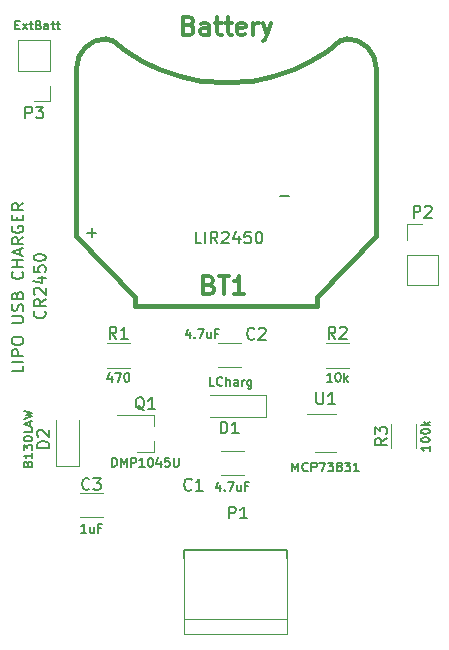
<source format=gbr>
G04 #@! TF.FileFunction,Legend,Top*
%FSLAX46Y46*%
G04 Gerber Fmt 4.6, Leading zero omitted, Abs format (unit mm)*
G04 Created by KiCad (PCBNEW 4.0.4-stable) date 10/14/18 22:48:43*
%MOMM*%
%LPD*%
G01*
G04 APERTURE LIST*
%ADD10C,0.100000*%
%ADD11C,0.150000*%
%ADD12C,0.381000*%
%ADD13C,0.120000*%
%ADD14C,0.304800*%
G04 APERTURE END LIST*
D10*
D11*
X119737143Y-66611238D02*
X119784762Y-66658857D01*
X119832381Y-66801714D01*
X119832381Y-66896952D01*
X119784762Y-67039810D01*
X119689524Y-67135048D01*
X119594286Y-67182667D01*
X119403810Y-67230286D01*
X119260952Y-67230286D01*
X119070476Y-67182667D01*
X118975238Y-67135048D01*
X118880000Y-67039810D01*
X118832381Y-66896952D01*
X118832381Y-66801714D01*
X118880000Y-66658857D01*
X118927619Y-66611238D01*
X119832381Y-65611238D02*
X119356190Y-65944572D01*
X119832381Y-66182667D02*
X118832381Y-66182667D01*
X118832381Y-65801714D01*
X118880000Y-65706476D01*
X118927619Y-65658857D01*
X119022857Y-65611238D01*
X119165714Y-65611238D01*
X119260952Y-65658857D01*
X119308571Y-65706476D01*
X119356190Y-65801714D01*
X119356190Y-66182667D01*
X118927619Y-65230286D02*
X118880000Y-65182667D01*
X118832381Y-65087429D01*
X118832381Y-64849333D01*
X118880000Y-64754095D01*
X118927619Y-64706476D01*
X119022857Y-64658857D01*
X119118095Y-64658857D01*
X119260952Y-64706476D01*
X119832381Y-65277905D01*
X119832381Y-64658857D01*
X119165714Y-63801714D02*
X119832381Y-63801714D01*
X118784762Y-64039810D02*
X119499048Y-64277905D01*
X119499048Y-63658857D01*
X118832381Y-62801714D02*
X118832381Y-63277905D01*
X119308571Y-63325524D01*
X119260952Y-63277905D01*
X119213333Y-63182667D01*
X119213333Y-62944571D01*
X119260952Y-62849333D01*
X119308571Y-62801714D01*
X119403810Y-62754095D01*
X119641905Y-62754095D01*
X119737143Y-62801714D01*
X119784762Y-62849333D01*
X119832381Y-62944571D01*
X119832381Y-63182667D01*
X119784762Y-63277905D01*
X119737143Y-63325524D01*
X118832381Y-62135048D02*
X118832381Y-62039809D01*
X118880000Y-61944571D01*
X118927619Y-61896952D01*
X119022857Y-61849333D01*
X119213333Y-61801714D01*
X119451429Y-61801714D01*
X119641905Y-61849333D01*
X119737143Y-61896952D01*
X119784762Y-61944571D01*
X119832381Y-62039809D01*
X119832381Y-62135048D01*
X119784762Y-62230286D01*
X119737143Y-62277905D01*
X119641905Y-62325524D01*
X119451429Y-62373143D01*
X119213333Y-62373143D01*
X119022857Y-62325524D01*
X118927619Y-62277905D01*
X118880000Y-62230286D01*
X118832381Y-62135048D01*
X117942621Y-71236647D02*
X117942621Y-71712838D01*
X116942621Y-71712838D01*
X117942621Y-70903314D02*
X116942621Y-70903314D01*
X117942621Y-70427124D02*
X116942621Y-70427124D01*
X116942621Y-70046171D01*
X116990240Y-69950933D01*
X117037859Y-69903314D01*
X117133097Y-69855695D01*
X117275954Y-69855695D01*
X117371192Y-69903314D01*
X117418811Y-69950933D01*
X117466430Y-70046171D01*
X117466430Y-70427124D01*
X116942621Y-69236648D02*
X116942621Y-69046171D01*
X116990240Y-68950933D01*
X117085478Y-68855695D01*
X117275954Y-68808076D01*
X117609288Y-68808076D01*
X117799764Y-68855695D01*
X117895002Y-68950933D01*
X117942621Y-69046171D01*
X117942621Y-69236648D01*
X117895002Y-69331886D01*
X117799764Y-69427124D01*
X117609288Y-69474743D01*
X117275954Y-69474743D01*
X117085478Y-69427124D01*
X116990240Y-69331886D01*
X116942621Y-69236648D01*
X116942621Y-67617600D02*
X117752145Y-67617600D01*
X117847383Y-67569981D01*
X117895002Y-67522362D01*
X117942621Y-67427124D01*
X117942621Y-67236647D01*
X117895002Y-67141409D01*
X117847383Y-67093790D01*
X117752145Y-67046171D01*
X116942621Y-67046171D01*
X117895002Y-66617600D02*
X117942621Y-66474743D01*
X117942621Y-66236647D01*
X117895002Y-66141409D01*
X117847383Y-66093790D01*
X117752145Y-66046171D01*
X117656907Y-66046171D01*
X117561669Y-66093790D01*
X117514050Y-66141409D01*
X117466430Y-66236647D01*
X117418811Y-66427124D01*
X117371192Y-66522362D01*
X117323573Y-66569981D01*
X117228335Y-66617600D01*
X117133097Y-66617600D01*
X117037859Y-66569981D01*
X116990240Y-66522362D01*
X116942621Y-66427124D01*
X116942621Y-66189028D01*
X116990240Y-66046171D01*
X117418811Y-65284266D02*
X117466430Y-65141409D01*
X117514050Y-65093790D01*
X117609288Y-65046171D01*
X117752145Y-65046171D01*
X117847383Y-65093790D01*
X117895002Y-65141409D01*
X117942621Y-65236647D01*
X117942621Y-65617600D01*
X116942621Y-65617600D01*
X116942621Y-65284266D01*
X116990240Y-65189028D01*
X117037859Y-65141409D01*
X117133097Y-65093790D01*
X117228335Y-65093790D01*
X117323573Y-65141409D01*
X117371192Y-65189028D01*
X117418811Y-65284266D01*
X117418811Y-65617600D01*
X117847383Y-63284266D02*
X117895002Y-63331885D01*
X117942621Y-63474742D01*
X117942621Y-63569980D01*
X117895002Y-63712838D01*
X117799764Y-63808076D01*
X117704526Y-63855695D01*
X117514050Y-63903314D01*
X117371192Y-63903314D01*
X117180716Y-63855695D01*
X117085478Y-63808076D01*
X116990240Y-63712838D01*
X116942621Y-63569980D01*
X116942621Y-63474742D01*
X116990240Y-63331885D01*
X117037859Y-63284266D01*
X117942621Y-62855695D02*
X116942621Y-62855695D01*
X117418811Y-62855695D02*
X117418811Y-62284266D01*
X117942621Y-62284266D02*
X116942621Y-62284266D01*
X117656907Y-61855695D02*
X117656907Y-61379504D01*
X117942621Y-61950933D02*
X116942621Y-61617600D01*
X117942621Y-61284266D01*
X117942621Y-60379504D02*
X117466430Y-60712838D01*
X117942621Y-60950933D02*
X116942621Y-60950933D01*
X116942621Y-60569980D01*
X116990240Y-60474742D01*
X117037859Y-60427123D01*
X117133097Y-60379504D01*
X117275954Y-60379504D01*
X117371192Y-60427123D01*
X117418811Y-60474742D01*
X117466430Y-60569980D01*
X117466430Y-60950933D01*
X116990240Y-59427123D02*
X116942621Y-59522361D01*
X116942621Y-59665218D01*
X116990240Y-59808076D01*
X117085478Y-59903314D01*
X117180716Y-59950933D01*
X117371192Y-59998552D01*
X117514050Y-59998552D01*
X117704526Y-59950933D01*
X117799764Y-59903314D01*
X117895002Y-59808076D01*
X117942621Y-59665218D01*
X117942621Y-59569980D01*
X117895002Y-59427123D01*
X117847383Y-59379504D01*
X117514050Y-59379504D01*
X117514050Y-59569980D01*
X117418811Y-58950933D02*
X117418811Y-58617599D01*
X117942621Y-58474742D02*
X117942621Y-58950933D01*
X116942621Y-58950933D01*
X116942621Y-58474742D01*
X117942621Y-57474742D02*
X117466430Y-57808076D01*
X117942621Y-58046171D02*
X116942621Y-58046171D01*
X116942621Y-57665218D01*
X116990240Y-57569980D01*
X117037859Y-57522361D01*
X117133097Y-57474742D01*
X117275954Y-57474742D01*
X117371192Y-57522361D01*
X117418811Y-57569980D01*
X117466430Y-57665218D01*
X117466430Y-58046171D01*
D12*
X135128000Y-47244000D02*
X132969000Y-47117000D01*
X132969000Y-47117000D02*
X131191000Y-46736000D01*
X131191000Y-46736000D02*
X129413000Y-46101000D01*
X129413000Y-46101000D02*
X128016000Y-45466000D01*
X128016000Y-45466000D02*
X126619000Y-44577000D01*
X126619000Y-44577000D02*
X125476000Y-43688000D01*
X125476000Y-43688000D02*
X124968000Y-43561000D01*
X145288000Y-43561000D02*
X144780000Y-43688000D01*
X144780000Y-43688000D02*
X143637000Y-44577000D01*
X143637000Y-44577000D02*
X142240000Y-45466000D01*
X142240000Y-45466000D02*
X140843000Y-46101000D01*
X140843000Y-46101000D02*
X139065000Y-46736000D01*
X139065000Y-46736000D02*
X137287000Y-47117000D01*
X137287000Y-47117000D02*
X135128000Y-47244000D01*
X124968000Y-43561000D02*
G75*
G03X122428000Y-46101000I0J-2540000D01*
G01*
X147828000Y-46101000D02*
G75*
G03X145288000Y-43561000I-2540000J0D01*
G01*
X127431800Y-65405000D02*
X122428000Y-60274200D01*
X122428000Y-60274200D02*
X122428000Y-46126400D01*
X142824200Y-65405000D02*
X147828000Y-60274200D01*
X147828000Y-60274200D02*
X147828000Y-46126400D01*
X142824200Y-66217800D02*
X142824200Y-65405000D01*
X127431800Y-66217800D02*
X127431800Y-65405000D01*
X142824200Y-66217800D02*
X127431800Y-66217800D01*
D13*
X136636000Y-78482000D02*
X134636000Y-78482000D01*
X134636000Y-80522000D02*
X136636000Y-80522000D01*
X136382000Y-69338000D02*
X134382000Y-69338000D01*
X134382000Y-71378000D02*
X136382000Y-71378000D01*
X124698000Y-82038000D02*
X122698000Y-82038000D01*
X122698000Y-84078000D02*
X124698000Y-84078000D01*
X138482000Y-75626000D02*
X138482000Y-73726000D01*
X138482000Y-73726000D02*
X133782000Y-73726000D01*
X138482000Y-75626000D02*
X133782000Y-75626000D01*
X120666000Y-79720000D02*
X122666000Y-79720000D01*
X122666000Y-79720000D02*
X122666000Y-75820000D01*
X120666000Y-79720000D02*
X120666000Y-75820000D01*
D11*
X140240000Y-87566000D02*
X140240000Y-86866000D01*
X140240000Y-86866000D02*
X131540000Y-86866000D01*
X131540000Y-86866000D02*
X131540000Y-87566000D01*
D13*
X131540000Y-93946000D02*
X140240000Y-93946000D01*
X140240000Y-87536000D02*
X140240000Y-93946000D01*
X140240000Y-92716000D02*
X131540000Y-92716000D01*
X131540000Y-93946000D02*
X131540000Y-87536000D01*
X129030000Y-78542000D02*
X129030000Y-77612000D01*
X129030000Y-75382000D02*
X129030000Y-76312000D01*
X129030000Y-75382000D02*
X125870000Y-75382000D01*
X129030000Y-78542000D02*
X127570000Y-78542000D01*
X126984000Y-71428000D02*
X124984000Y-71428000D01*
X124984000Y-69288000D02*
X126984000Y-69288000D01*
X145526000Y-71428000D02*
X143526000Y-71428000D01*
X143526000Y-69288000D02*
X145526000Y-69288000D01*
X151184000Y-76216000D02*
X151184000Y-78216000D01*
X149044000Y-78216000D02*
X149044000Y-76216000D01*
X142610000Y-78572000D02*
X144410000Y-78572000D01*
X144410000Y-75352000D02*
X141960000Y-75352000D01*
X150384200Y-61849000D02*
X150384200Y-64449000D01*
X150384200Y-64449000D02*
X153044200Y-64449000D01*
X153044200Y-64449000D02*
X153044200Y-61849000D01*
X153044200Y-61849000D02*
X150384200Y-61849000D01*
X150384200Y-60579000D02*
X150384200Y-59249000D01*
X150384200Y-59249000D02*
X151714200Y-59249000D01*
X120179140Y-46255940D02*
X120179140Y-43655940D01*
X120179140Y-43655940D02*
X117519140Y-43655940D01*
X117519140Y-43655940D02*
X117519140Y-46255940D01*
X117519140Y-46255940D02*
X120179140Y-46255940D01*
X120179140Y-47525940D02*
X120179140Y-48855940D01*
X120179140Y-48855940D02*
X118849140Y-48855940D01*
D14*
X133676571Y-64407143D02*
X133894285Y-64479714D01*
X133966857Y-64552286D01*
X134039428Y-64697429D01*
X134039428Y-64915143D01*
X133966857Y-65060286D01*
X133894285Y-65132857D01*
X133749143Y-65205429D01*
X133168571Y-65205429D01*
X133168571Y-63681429D01*
X133676571Y-63681429D01*
X133821714Y-63754000D01*
X133894285Y-63826571D01*
X133966857Y-63971714D01*
X133966857Y-64116857D01*
X133894285Y-64262000D01*
X133821714Y-64334571D01*
X133676571Y-64407143D01*
X133168571Y-64407143D01*
X134474857Y-63681429D02*
X135345714Y-63681429D01*
X134910285Y-65205429D02*
X134910285Y-63681429D01*
X136652000Y-65205429D02*
X135781143Y-65205429D01*
X136216571Y-65205429D02*
X136216571Y-63681429D01*
X136071428Y-63899143D01*
X135926286Y-64044286D01*
X135781143Y-64116857D01*
X131971143Y-42431143D02*
X132188857Y-42503714D01*
X132261429Y-42576286D01*
X132334000Y-42721429D01*
X132334000Y-42939143D01*
X132261429Y-43084286D01*
X132188857Y-43156857D01*
X132043715Y-43229429D01*
X131463143Y-43229429D01*
X131463143Y-41705429D01*
X131971143Y-41705429D01*
X132116286Y-41778000D01*
X132188857Y-41850571D01*
X132261429Y-41995714D01*
X132261429Y-42140857D01*
X132188857Y-42286000D01*
X132116286Y-42358571D01*
X131971143Y-42431143D01*
X131463143Y-42431143D01*
X133640286Y-43229429D02*
X133640286Y-42431143D01*
X133567715Y-42286000D01*
X133422572Y-42213429D01*
X133132286Y-42213429D01*
X132987143Y-42286000D01*
X133640286Y-43156857D02*
X133495143Y-43229429D01*
X133132286Y-43229429D01*
X132987143Y-43156857D01*
X132914572Y-43011714D01*
X132914572Y-42866571D01*
X132987143Y-42721429D01*
X133132286Y-42648857D01*
X133495143Y-42648857D01*
X133640286Y-42576286D01*
X134148286Y-42213429D02*
X134728857Y-42213429D01*
X134366000Y-41705429D02*
X134366000Y-43011714D01*
X134438572Y-43156857D01*
X134583714Y-43229429D01*
X134728857Y-43229429D01*
X135019143Y-42213429D02*
X135599714Y-42213429D01*
X135236857Y-41705429D02*
X135236857Y-43011714D01*
X135309429Y-43156857D01*
X135454571Y-43229429D01*
X135599714Y-43229429D01*
X136688286Y-43156857D02*
X136543143Y-43229429D01*
X136252857Y-43229429D01*
X136107714Y-43156857D01*
X136035143Y-43011714D01*
X136035143Y-42431143D01*
X136107714Y-42286000D01*
X136252857Y-42213429D01*
X136543143Y-42213429D01*
X136688286Y-42286000D01*
X136760857Y-42431143D01*
X136760857Y-42576286D01*
X136035143Y-42721429D01*
X137414000Y-43229429D02*
X137414000Y-42213429D01*
X137414000Y-42503714D02*
X137486572Y-42358571D01*
X137559143Y-42286000D01*
X137704286Y-42213429D01*
X137849429Y-42213429D01*
X138212286Y-42213429D02*
X138575143Y-43229429D01*
X138938001Y-42213429D02*
X138575143Y-43229429D01*
X138430001Y-43592286D01*
X138357429Y-43664857D01*
X138212286Y-43737429D01*
D11*
X139647048Y-56911429D02*
X140408953Y-56911429D01*
X123347048Y-60011429D02*
X124108953Y-60011429D01*
X123728001Y-60392381D02*
X123728001Y-59630476D01*
X132994667Y-60892381D02*
X132518476Y-60892381D01*
X132518476Y-59892381D01*
X133328000Y-60892381D02*
X133328000Y-59892381D01*
X134375619Y-60892381D02*
X134042285Y-60416190D01*
X133804190Y-60892381D02*
X133804190Y-59892381D01*
X134185143Y-59892381D01*
X134280381Y-59940000D01*
X134328000Y-59987619D01*
X134375619Y-60082857D01*
X134375619Y-60225714D01*
X134328000Y-60320952D01*
X134280381Y-60368571D01*
X134185143Y-60416190D01*
X133804190Y-60416190D01*
X134756571Y-59987619D02*
X134804190Y-59940000D01*
X134899428Y-59892381D01*
X135137524Y-59892381D01*
X135232762Y-59940000D01*
X135280381Y-59987619D01*
X135328000Y-60082857D01*
X135328000Y-60178095D01*
X135280381Y-60320952D01*
X134708952Y-60892381D01*
X135328000Y-60892381D01*
X136185143Y-60225714D02*
X136185143Y-60892381D01*
X135947047Y-59844762D02*
X135708952Y-60559048D01*
X136328000Y-60559048D01*
X137185143Y-59892381D02*
X136708952Y-59892381D01*
X136661333Y-60368571D01*
X136708952Y-60320952D01*
X136804190Y-60273333D01*
X137042286Y-60273333D01*
X137137524Y-60320952D01*
X137185143Y-60368571D01*
X137232762Y-60463810D01*
X137232762Y-60701905D01*
X137185143Y-60797143D01*
X137137524Y-60844762D01*
X137042286Y-60892381D01*
X136804190Y-60892381D01*
X136708952Y-60844762D01*
X136661333Y-60797143D01*
X137851809Y-59892381D02*
X137947048Y-59892381D01*
X138042286Y-59940000D01*
X138089905Y-59987619D01*
X138137524Y-60082857D01*
X138185143Y-60273333D01*
X138185143Y-60511429D01*
X138137524Y-60701905D01*
X138089905Y-60797143D01*
X138042286Y-60844762D01*
X137947048Y-60892381D01*
X137851809Y-60892381D01*
X137756571Y-60844762D01*
X137708952Y-60797143D01*
X137661333Y-60701905D01*
X137613714Y-60511429D01*
X137613714Y-60273333D01*
X137661333Y-60082857D01*
X137708952Y-59987619D01*
X137756571Y-59940000D01*
X137851809Y-59892381D01*
X132177494Y-81723503D02*
X132129875Y-81771122D01*
X131987018Y-81818741D01*
X131891780Y-81818741D01*
X131748922Y-81771122D01*
X131653684Y-81675884D01*
X131606065Y-81580646D01*
X131558446Y-81390170D01*
X131558446Y-81247312D01*
X131606065Y-81056836D01*
X131653684Y-80961598D01*
X131748922Y-80866360D01*
X131891780Y-80818741D01*
X131987018Y-80818741D01*
X132129875Y-80866360D01*
X132177494Y-80913979D01*
X133129875Y-81818741D02*
X132558446Y-81818741D01*
X132844160Y-81818741D02*
X132844160Y-80818741D01*
X132748922Y-80961598D01*
X132653684Y-81056836D01*
X132558446Y-81104455D01*
X134582429Y-81341286D02*
X134582429Y-81841286D01*
X134403858Y-81055571D02*
X134225286Y-81591286D01*
X134689572Y-81591286D01*
X134975286Y-81769857D02*
X135011001Y-81805571D01*
X134975286Y-81841286D01*
X134939572Y-81805571D01*
X134975286Y-81769857D01*
X134975286Y-81841286D01*
X135261001Y-81091286D02*
X135761001Y-81091286D01*
X135439572Y-81841286D01*
X136368144Y-81341286D02*
X136368144Y-81841286D01*
X136046715Y-81341286D02*
X136046715Y-81734143D01*
X136082430Y-81805571D01*
X136153858Y-81841286D01*
X136261001Y-81841286D01*
X136332430Y-81805571D01*
X136368144Y-81769857D01*
X136975286Y-81448429D02*
X136725286Y-81448429D01*
X136725286Y-81841286D02*
X136725286Y-81091286D01*
X137082429Y-81091286D01*
X137501334Y-68937143D02*
X137453715Y-68984762D01*
X137310858Y-69032381D01*
X137215620Y-69032381D01*
X137072762Y-68984762D01*
X136977524Y-68889524D01*
X136929905Y-68794286D01*
X136882286Y-68603810D01*
X136882286Y-68460952D01*
X136929905Y-68270476D01*
X136977524Y-68175238D01*
X137072762Y-68080000D01*
X137215620Y-68032381D01*
X137310858Y-68032381D01*
X137453715Y-68080000D01*
X137501334Y-68127619D01*
X137882286Y-68127619D02*
X137929905Y-68080000D01*
X138025143Y-68032381D01*
X138263239Y-68032381D01*
X138358477Y-68080000D01*
X138406096Y-68127619D01*
X138453715Y-68222857D01*
X138453715Y-68318095D01*
X138406096Y-68460952D01*
X137834667Y-69032381D01*
X138453715Y-69032381D01*
X132042429Y-68419286D02*
X132042429Y-68919286D01*
X131863858Y-68133571D02*
X131685286Y-68669286D01*
X132149572Y-68669286D01*
X132435286Y-68847857D02*
X132471001Y-68883571D01*
X132435286Y-68919286D01*
X132399572Y-68883571D01*
X132435286Y-68847857D01*
X132435286Y-68919286D01*
X132721001Y-68169286D02*
X133221001Y-68169286D01*
X132899572Y-68919286D01*
X133828144Y-68419286D02*
X133828144Y-68919286D01*
X133506715Y-68419286D02*
X133506715Y-68812143D01*
X133542430Y-68883571D01*
X133613858Y-68919286D01*
X133721001Y-68919286D01*
X133792430Y-68883571D01*
X133828144Y-68847857D01*
X134435286Y-68526429D02*
X134185286Y-68526429D01*
X134185286Y-68919286D02*
X134185286Y-68169286D01*
X134542429Y-68169286D01*
X123531334Y-81665143D02*
X123483715Y-81712762D01*
X123340858Y-81760381D01*
X123245620Y-81760381D01*
X123102762Y-81712762D01*
X123007524Y-81617524D01*
X122959905Y-81522286D01*
X122912286Y-81331810D01*
X122912286Y-81188952D01*
X122959905Y-80998476D01*
X123007524Y-80903238D01*
X123102762Y-80808000D01*
X123245620Y-80760381D01*
X123340858Y-80760381D01*
X123483715Y-80808000D01*
X123531334Y-80855619D01*
X123864667Y-80760381D02*
X124483715Y-80760381D01*
X124150381Y-81141333D01*
X124293239Y-81141333D01*
X124388477Y-81188952D01*
X124436096Y-81236571D01*
X124483715Y-81331810D01*
X124483715Y-81569905D01*
X124436096Y-81665143D01*
X124388477Y-81712762D01*
X124293239Y-81760381D01*
X124007524Y-81760381D01*
X123912286Y-81712762D01*
X123864667Y-81665143D01*
X123251572Y-85397286D02*
X122823000Y-85397286D01*
X123037286Y-85397286D02*
X123037286Y-84647286D01*
X122965857Y-84754429D01*
X122894429Y-84825857D01*
X122823000Y-84861571D01*
X123894429Y-84897286D02*
X123894429Y-85397286D01*
X123573000Y-84897286D02*
X123573000Y-85290143D01*
X123608715Y-85361571D01*
X123680143Y-85397286D01*
X123787286Y-85397286D01*
X123858715Y-85361571D01*
X123894429Y-85325857D01*
X124501571Y-85004429D02*
X124251571Y-85004429D01*
X124251571Y-85397286D02*
X124251571Y-84647286D01*
X124608714Y-84647286D01*
X134643905Y-76978381D02*
X134643905Y-75978381D01*
X134882000Y-75978381D01*
X135024858Y-76026000D01*
X135120096Y-76121238D01*
X135167715Y-76216476D01*
X135215334Y-76406952D01*
X135215334Y-76549810D01*
X135167715Y-76740286D01*
X135120096Y-76835524D01*
X135024858Y-76930762D01*
X134882000Y-76978381D01*
X134643905Y-76978381D01*
X136167715Y-76978381D02*
X135596286Y-76978381D01*
X135882000Y-76978381D02*
X135882000Y-75978381D01*
X135786762Y-76121238D01*
X135691524Y-76216476D01*
X135596286Y-76264095D01*
X134111063Y-72955346D02*
X133753920Y-72955346D01*
X133753920Y-72205346D01*
X134789635Y-72883917D02*
X134753921Y-72919631D01*
X134646778Y-72955346D01*
X134575349Y-72955346D01*
X134468206Y-72919631D01*
X134396778Y-72848203D01*
X134361063Y-72776774D01*
X134325349Y-72633917D01*
X134325349Y-72526774D01*
X134361063Y-72383917D01*
X134396778Y-72312489D01*
X134468206Y-72241060D01*
X134575349Y-72205346D01*
X134646778Y-72205346D01*
X134753921Y-72241060D01*
X134789635Y-72276774D01*
X135111063Y-72955346D02*
X135111063Y-72205346D01*
X135432492Y-72955346D02*
X135432492Y-72562489D01*
X135396778Y-72491060D01*
X135325349Y-72455346D01*
X135218206Y-72455346D01*
X135146778Y-72491060D01*
X135111063Y-72526774D01*
X136111063Y-72955346D02*
X136111063Y-72562489D01*
X136075349Y-72491060D01*
X136003920Y-72455346D01*
X135861063Y-72455346D01*
X135789634Y-72491060D01*
X136111063Y-72919631D02*
X136039634Y-72955346D01*
X135861063Y-72955346D01*
X135789634Y-72919631D01*
X135753920Y-72848203D01*
X135753920Y-72776774D01*
X135789634Y-72705346D01*
X135861063Y-72669631D01*
X136039634Y-72669631D01*
X136111063Y-72633917D01*
X136468205Y-72955346D02*
X136468205Y-72455346D01*
X136468205Y-72598203D02*
X136503920Y-72526774D01*
X136539634Y-72491060D01*
X136611063Y-72455346D01*
X136682491Y-72455346D01*
X137253920Y-72455346D02*
X137253920Y-73062489D01*
X137218206Y-73133917D01*
X137182491Y-73169631D01*
X137111063Y-73205346D01*
X137003920Y-73205346D01*
X136932491Y-73169631D01*
X137253920Y-72919631D02*
X137182491Y-72955346D01*
X137039634Y-72955346D01*
X136968206Y-72919631D01*
X136932491Y-72883917D01*
X136896777Y-72812489D01*
X136896777Y-72598203D01*
X136932491Y-72526774D01*
X136968206Y-72491060D01*
X137039634Y-72455346D01*
X137182491Y-72455346D01*
X137253920Y-72491060D01*
X120118381Y-78208095D02*
X119118381Y-78208095D01*
X119118381Y-77970000D01*
X119166000Y-77827142D01*
X119261238Y-77731904D01*
X119356476Y-77684285D01*
X119546952Y-77636666D01*
X119689810Y-77636666D01*
X119880286Y-77684285D01*
X119975524Y-77731904D01*
X120070762Y-77827142D01*
X120118381Y-77970000D01*
X120118381Y-78208095D01*
X119213619Y-77255714D02*
X119166000Y-77208095D01*
X119118381Y-77112857D01*
X119118381Y-76874761D01*
X119166000Y-76779523D01*
X119213619Y-76731904D01*
X119308857Y-76684285D01*
X119404095Y-76684285D01*
X119546952Y-76731904D01*
X120118381Y-77303333D01*
X120118381Y-76684285D01*
X118310429Y-79541429D02*
X118346143Y-79434286D01*
X118381857Y-79398571D01*
X118453286Y-79362857D01*
X118560429Y-79362857D01*
X118631857Y-79398571D01*
X118667571Y-79434286D01*
X118703286Y-79505714D01*
X118703286Y-79791429D01*
X117953286Y-79791429D01*
X117953286Y-79541429D01*
X117989000Y-79470000D01*
X118024714Y-79434286D01*
X118096143Y-79398571D01*
X118167571Y-79398571D01*
X118239000Y-79434286D01*
X118274714Y-79470000D01*
X118310429Y-79541429D01*
X118310429Y-79791429D01*
X118703286Y-78648571D02*
X118703286Y-79077143D01*
X118703286Y-78862857D02*
X117953286Y-78862857D01*
X118060429Y-78934286D01*
X118131857Y-79005714D01*
X118167571Y-79077143D01*
X117953286Y-78398571D02*
X117953286Y-77934285D01*
X118239000Y-78184285D01*
X118239000Y-78077143D01*
X118274714Y-78005714D01*
X118310429Y-77970000D01*
X118381857Y-77934285D01*
X118560429Y-77934285D01*
X118631857Y-77970000D01*
X118667571Y-78005714D01*
X118703286Y-78077143D01*
X118703286Y-78291428D01*
X118667571Y-78362857D01*
X118631857Y-78398571D01*
X117953286Y-77469999D02*
X117953286Y-77398571D01*
X117989000Y-77327142D01*
X118024714Y-77291428D01*
X118096143Y-77255714D01*
X118239000Y-77219999D01*
X118417571Y-77219999D01*
X118560429Y-77255714D01*
X118631857Y-77291428D01*
X118667571Y-77327142D01*
X118703286Y-77398571D01*
X118703286Y-77469999D01*
X118667571Y-77541428D01*
X118631857Y-77577142D01*
X118560429Y-77612857D01*
X118417571Y-77648571D01*
X118239000Y-77648571D01*
X118096143Y-77612857D01*
X118024714Y-77577142D01*
X117989000Y-77541428D01*
X117953286Y-77469999D01*
X118703286Y-76541428D02*
X118703286Y-76898571D01*
X117953286Y-76898571D01*
X118489000Y-76327142D02*
X118489000Y-75969999D01*
X118703286Y-76398570D02*
X117953286Y-76148570D01*
X118703286Y-75898570D01*
X117953286Y-75719999D02*
X118703286Y-75541428D01*
X118167571Y-75398571D01*
X118703286Y-75255713D01*
X117953286Y-75077142D01*
X135351905Y-84168381D02*
X135351905Y-83168381D01*
X135732858Y-83168381D01*
X135828096Y-83216000D01*
X135875715Y-83263619D01*
X135923334Y-83358857D01*
X135923334Y-83501714D01*
X135875715Y-83596952D01*
X135828096Y-83644571D01*
X135732858Y-83692190D01*
X135351905Y-83692190D01*
X136875715Y-84168381D02*
X136304286Y-84168381D01*
X136590000Y-84168381D02*
X136590000Y-83168381D01*
X136494762Y-83311238D01*
X136399524Y-83406476D01*
X136304286Y-83454095D01*
X128174762Y-75009619D02*
X128079524Y-74962000D01*
X127984286Y-74866762D01*
X127841429Y-74723905D01*
X127746190Y-74676286D01*
X127650952Y-74676286D01*
X127698571Y-74914381D02*
X127603333Y-74866762D01*
X127508095Y-74771524D01*
X127460476Y-74581048D01*
X127460476Y-74247714D01*
X127508095Y-74057238D01*
X127603333Y-73962000D01*
X127698571Y-73914381D01*
X127889048Y-73914381D01*
X127984286Y-73962000D01*
X128079524Y-74057238D01*
X128127143Y-74247714D01*
X128127143Y-74581048D01*
X128079524Y-74771524D01*
X127984286Y-74866762D01*
X127889048Y-74914381D01*
X127698571Y-74914381D01*
X129079524Y-74914381D02*
X128508095Y-74914381D01*
X128793809Y-74914381D02*
X128793809Y-73914381D01*
X128698571Y-74057238D01*
X128603333Y-74152476D01*
X128508095Y-74200095D01*
X125448571Y-79801286D02*
X125448571Y-79051286D01*
X125627143Y-79051286D01*
X125734286Y-79087000D01*
X125805714Y-79158429D01*
X125841429Y-79229857D01*
X125877143Y-79372714D01*
X125877143Y-79479857D01*
X125841429Y-79622714D01*
X125805714Y-79694143D01*
X125734286Y-79765571D01*
X125627143Y-79801286D01*
X125448571Y-79801286D01*
X126198571Y-79801286D02*
X126198571Y-79051286D01*
X126448571Y-79587000D01*
X126698571Y-79051286D01*
X126698571Y-79801286D01*
X127055714Y-79801286D02*
X127055714Y-79051286D01*
X127341429Y-79051286D01*
X127412857Y-79087000D01*
X127448572Y-79122714D01*
X127484286Y-79194143D01*
X127484286Y-79301286D01*
X127448572Y-79372714D01*
X127412857Y-79408429D01*
X127341429Y-79444143D01*
X127055714Y-79444143D01*
X128198572Y-79801286D02*
X127770000Y-79801286D01*
X127984286Y-79801286D02*
X127984286Y-79051286D01*
X127912857Y-79158429D01*
X127841429Y-79229857D01*
X127770000Y-79265571D01*
X128662858Y-79051286D02*
X128734286Y-79051286D01*
X128805715Y-79087000D01*
X128841429Y-79122714D01*
X128877143Y-79194143D01*
X128912858Y-79337000D01*
X128912858Y-79515571D01*
X128877143Y-79658429D01*
X128841429Y-79729857D01*
X128805715Y-79765571D01*
X128734286Y-79801286D01*
X128662858Y-79801286D01*
X128591429Y-79765571D01*
X128555715Y-79729857D01*
X128520000Y-79658429D01*
X128484286Y-79515571D01*
X128484286Y-79337000D01*
X128520000Y-79194143D01*
X128555715Y-79122714D01*
X128591429Y-79087000D01*
X128662858Y-79051286D01*
X129555715Y-79301286D02*
X129555715Y-79801286D01*
X129377144Y-79015571D02*
X129198572Y-79551286D01*
X129662858Y-79551286D01*
X130305715Y-79051286D02*
X129948572Y-79051286D01*
X129912858Y-79408429D01*
X129948572Y-79372714D01*
X130020001Y-79337000D01*
X130198572Y-79337000D01*
X130270001Y-79372714D01*
X130305715Y-79408429D01*
X130341430Y-79479857D01*
X130341430Y-79658429D01*
X130305715Y-79729857D01*
X130270001Y-79765571D01*
X130198572Y-79801286D01*
X130020001Y-79801286D01*
X129948572Y-79765571D01*
X129912858Y-79729857D01*
X130662858Y-79051286D02*
X130662858Y-79658429D01*
X130698573Y-79729857D01*
X130734287Y-79765571D01*
X130805716Y-79801286D01*
X130948573Y-79801286D01*
X131020001Y-79765571D01*
X131055716Y-79729857D01*
X131091430Y-79658429D01*
X131091430Y-79051286D01*
X125817334Y-68960381D02*
X125484000Y-68484190D01*
X125245905Y-68960381D02*
X125245905Y-67960381D01*
X125626858Y-67960381D01*
X125722096Y-68008000D01*
X125769715Y-68055619D01*
X125817334Y-68150857D01*
X125817334Y-68293714D01*
X125769715Y-68388952D01*
X125722096Y-68436571D01*
X125626858Y-68484190D01*
X125245905Y-68484190D01*
X126769715Y-68960381D02*
X126198286Y-68960381D01*
X126484000Y-68960381D02*
X126484000Y-67960381D01*
X126388762Y-68103238D01*
X126293524Y-68198476D01*
X126198286Y-68246095D01*
X125412571Y-72097286D02*
X125412571Y-72597286D01*
X125234000Y-71811571D02*
X125055428Y-72347286D01*
X125519714Y-72347286D01*
X125734000Y-71847286D02*
X126234000Y-71847286D01*
X125912571Y-72597286D01*
X126662572Y-71847286D02*
X126734000Y-71847286D01*
X126805429Y-71883000D01*
X126841143Y-71918714D01*
X126876857Y-71990143D01*
X126912572Y-72133000D01*
X126912572Y-72311571D01*
X126876857Y-72454429D01*
X126841143Y-72525857D01*
X126805429Y-72561571D01*
X126734000Y-72597286D01*
X126662572Y-72597286D01*
X126591143Y-72561571D01*
X126555429Y-72525857D01*
X126519714Y-72454429D01*
X126484000Y-72311571D01*
X126484000Y-72133000D01*
X126519714Y-71990143D01*
X126555429Y-71918714D01*
X126591143Y-71883000D01*
X126662572Y-71847286D01*
X144359334Y-68960381D02*
X144026000Y-68484190D01*
X143787905Y-68960381D02*
X143787905Y-67960381D01*
X144168858Y-67960381D01*
X144264096Y-68008000D01*
X144311715Y-68055619D01*
X144359334Y-68150857D01*
X144359334Y-68293714D01*
X144311715Y-68388952D01*
X144264096Y-68436571D01*
X144168858Y-68484190D01*
X143787905Y-68484190D01*
X144740286Y-68055619D02*
X144787905Y-68008000D01*
X144883143Y-67960381D01*
X145121239Y-67960381D01*
X145216477Y-68008000D01*
X145264096Y-68055619D01*
X145311715Y-68150857D01*
X145311715Y-68246095D01*
X145264096Y-68388952D01*
X144692667Y-68960381D01*
X145311715Y-68960381D01*
X144079572Y-72597286D02*
X143651000Y-72597286D01*
X143865286Y-72597286D02*
X143865286Y-71847286D01*
X143793857Y-71954429D01*
X143722429Y-72025857D01*
X143651000Y-72061571D01*
X144543858Y-71847286D02*
X144615286Y-71847286D01*
X144686715Y-71883000D01*
X144722429Y-71918714D01*
X144758143Y-71990143D01*
X144793858Y-72133000D01*
X144793858Y-72311571D01*
X144758143Y-72454429D01*
X144722429Y-72525857D01*
X144686715Y-72561571D01*
X144615286Y-72597286D01*
X144543858Y-72597286D01*
X144472429Y-72561571D01*
X144436715Y-72525857D01*
X144401000Y-72454429D01*
X144365286Y-72311571D01*
X144365286Y-72133000D01*
X144401000Y-71990143D01*
X144436715Y-71918714D01*
X144472429Y-71883000D01*
X144543858Y-71847286D01*
X145115286Y-72597286D02*
X145115286Y-71847286D01*
X145186715Y-72311571D02*
X145401001Y-72597286D01*
X145401001Y-72097286D02*
X145115286Y-72383000D01*
X148716381Y-77382666D02*
X148240190Y-77716000D01*
X148716381Y-77954095D02*
X147716381Y-77954095D01*
X147716381Y-77573142D01*
X147764000Y-77477904D01*
X147811619Y-77430285D01*
X147906857Y-77382666D01*
X148049714Y-77382666D01*
X148144952Y-77430285D01*
X148192571Y-77477904D01*
X148240190Y-77573142D01*
X148240190Y-77954095D01*
X147716381Y-77049333D02*
X147716381Y-76430285D01*
X148097333Y-76763619D01*
X148097333Y-76620761D01*
X148144952Y-76525523D01*
X148192571Y-76477904D01*
X148287810Y-76430285D01*
X148525905Y-76430285D01*
X148621143Y-76477904D01*
X148668762Y-76525523D01*
X148716381Y-76620761D01*
X148716381Y-76906476D01*
X148668762Y-77001714D01*
X148621143Y-77049333D01*
X152353286Y-78019571D02*
X152353286Y-78448143D01*
X152353286Y-78233857D02*
X151603286Y-78233857D01*
X151710429Y-78305286D01*
X151781857Y-78376714D01*
X151817571Y-78448143D01*
X151603286Y-77555285D02*
X151603286Y-77483857D01*
X151639000Y-77412428D01*
X151674714Y-77376714D01*
X151746143Y-77341000D01*
X151889000Y-77305285D01*
X152067571Y-77305285D01*
X152210429Y-77341000D01*
X152281857Y-77376714D01*
X152317571Y-77412428D01*
X152353286Y-77483857D01*
X152353286Y-77555285D01*
X152317571Y-77626714D01*
X152281857Y-77662428D01*
X152210429Y-77698143D01*
X152067571Y-77733857D01*
X151889000Y-77733857D01*
X151746143Y-77698143D01*
X151674714Y-77662428D01*
X151639000Y-77626714D01*
X151603286Y-77555285D01*
X151603286Y-76840999D02*
X151603286Y-76769571D01*
X151639000Y-76698142D01*
X151674714Y-76662428D01*
X151746143Y-76626714D01*
X151889000Y-76590999D01*
X152067571Y-76590999D01*
X152210429Y-76626714D01*
X152281857Y-76662428D01*
X152317571Y-76698142D01*
X152353286Y-76769571D01*
X152353286Y-76840999D01*
X152317571Y-76912428D01*
X152281857Y-76948142D01*
X152210429Y-76983857D01*
X152067571Y-77019571D01*
X151889000Y-77019571D01*
X151746143Y-76983857D01*
X151674714Y-76948142D01*
X151639000Y-76912428D01*
X151603286Y-76840999D01*
X152353286Y-76269571D02*
X151603286Y-76269571D01*
X152067571Y-76198142D02*
X152353286Y-75983856D01*
X151853286Y-75983856D02*
X152139000Y-76269571D01*
X142748095Y-73514381D02*
X142748095Y-74323905D01*
X142795714Y-74419143D01*
X142843333Y-74466762D01*
X142938571Y-74514381D01*
X143129048Y-74514381D01*
X143224286Y-74466762D01*
X143271905Y-74419143D01*
X143319524Y-74323905D01*
X143319524Y-73514381D01*
X144319524Y-74514381D02*
X143748095Y-74514381D01*
X144033809Y-74514381D02*
X144033809Y-73514381D01*
X143938571Y-73657238D01*
X143843333Y-73752476D01*
X143748095Y-73800095D01*
X140724285Y-80201286D02*
X140724285Y-79451286D01*
X140974285Y-79987000D01*
X141224285Y-79451286D01*
X141224285Y-80201286D01*
X142010000Y-80129857D02*
X141974286Y-80165571D01*
X141867143Y-80201286D01*
X141795714Y-80201286D01*
X141688571Y-80165571D01*
X141617143Y-80094143D01*
X141581428Y-80022714D01*
X141545714Y-79879857D01*
X141545714Y-79772714D01*
X141581428Y-79629857D01*
X141617143Y-79558429D01*
X141688571Y-79487000D01*
X141795714Y-79451286D01*
X141867143Y-79451286D01*
X141974286Y-79487000D01*
X142010000Y-79522714D01*
X142331428Y-80201286D02*
X142331428Y-79451286D01*
X142617143Y-79451286D01*
X142688571Y-79487000D01*
X142724286Y-79522714D01*
X142760000Y-79594143D01*
X142760000Y-79701286D01*
X142724286Y-79772714D01*
X142688571Y-79808429D01*
X142617143Y-79844143D01*
X142331428Y-79844143D01*
X143010000Y-79451286D02*
X143510000Y-79451286D01*
X143188571Y-80201286D01*
X143724286Y-79451286D02*
X144188572Y-79451286D01*
X143938572Y-79737000D01*
X144045714Y-79737000D01*
X144117143Y-79772714D01*
X144152857Y-79808429D01*
X144188572Y-79879857D01*
X144188572Y-80058429D01*
X144152857Y-80129857D01*
X144117143Y-80165571D01*
X144045714Y-80201286D01*
X143831429Y-80201286D01*
X143760000Y-80165571D01*
X143724286Y-80129857D01*
X144617143Y-79772714D02*
X144545715Y-79737000D01*
X144510000Y-79701286D01*
X144474286Y-79629857D01*
X144474286Y-79594143D01*
X144510000Y-79522714D01*
X144545715Y-79487000D01*
X144617143Y-79451286D01*
X144760000Y-79451286D01*
X144831429Y-79487000D01*
X144867143Y-79522714D01*
X144902858Y-79594143D01*
X144902858Y-79629857D01*
X144867143Y-79701286D01*
X144831429Y-79737000D01*
X144760000Y-79772714D01*
X144617143Y-79772714D01*
X144545715Y-79808429D01*
X144510000Y-79844143D01*
X144474286Y-79915571D01*
X144474286Y-80058429D01*
X144510000Y-80129857D01*
X144545715Y-80165571D01*
X144617143Y-80201286D01*
X144760000Y-80201286D01*
X144831429Y-80165571D01*
X144867143Y-80129857D01*
X144902858Y-80058429D01*
X144902858Y-79915571D01*
X144867143Y-79844143D01*
X144831429Y-79808429D01*
X144760000Y-79772714D01*
X145152858Y-79451286D02*
X145617144Y-79451286D01*
X145367144Y-79737000D01*
X145474286Y-79737000D01*
X145545715Y-79772714D01*
X145581429Y-79808429D01*
X145617144Y-79879857D01*
X145617144Y-80058429D01*
X145581429Y-80129857D01*
X145545715Y-80165571D01*
X145474286Y-80201286D01*
X145260001Y-80201286D01*
X145188572Y-80165571D01*
X145152858Y-80129857D01*
X146331430Y-80201286D02*
X145902858Y-80201286D01*
X146117144Y-80201286D02*
X146117144Y-79451286D01*
X146045715Y-79558429D01*
X145974287Y-79629857D01*
X145902858Y-79665571D01*
X150976105Y-58701381D02*
X150976105Y-57701381D01*
X151357058Y-57701381D01*
X151452296Y-57749000D01*
X151499915Y-57796619D01*
X151547534Y-57891857D01*
X151547534Y-58034714D01*
X151499915Y-58129952D01*
X151452296Y-58177571D01*
X151357058Y-58225190D01*
X150976105Y-58225190D01*
X151928486Y-57796619D02*
X151976105Y-57749000D01*
X152071343Y-57701381D01*
X152309439Y-57701381D01*
X152404677Y-57749000D01*
X152452296Y-57796619D01*
X152499915Y-57891857D01*
X152499915Y-57987095D01*
X152452296Y-58129952D01*
X151880867Y-58701381D01*
X152499915Y-58701381D01*
X118111045Y-50308321D02*
X118111045Y-49308321D01*
X118491998Y-49308321D01*
X118587236Y-49355940D01*
X118634855Y-49403559D01*
X118682474Y-49498797D01*
X118682474Y-49641654D01*
X118634855Y-49736892D01*
X118587236Y-49784511D01*
X118491998Y-49832130D01*
X118111045Y-49832130D01*
X119015807Y-49308321D02*
X119634855Y-49308321D01*
X119301521Y-49689273D01*
X119444379Y-49689273D01*
X119539617Y-49736892D01*
X119587236Y-49784511D01*
X119634855Y-49879750D01*
X119634855Y-50117845D01*
X119587236Y-50213083D01*
X119539617Y-50260702D01*
X119444379Y-50308321D01*
X119158664Y-50308321D01*
X119063426Y-50260702D01*
X119015807Y-50213083D01*
X117263932Y-42382209D02*
X117513932Y-42382209D01*
X117621075Y-42775066D02*
X117263932Y-42775066D01*
X117263932Y-42025066D01*
X117621075Y-42025066D01*
X117871075Y-42775066D02*
X118263932Y-42275066D01*
X117871075Y-42275066D02*
X118263932Y-42775066D01*
X118442504Y-42275066D02*
X118728218Y-42275066D01*
X118549646Y-42025066D02*
X118549646Y-42667923D01*
X118585361Y-42739351D01*
X118656789Y-42775066D01*
X118728218Y-42775066D01*
X119228217Y-42382209D02*
X119335360Y-42417923D01*
X119371075Y-42453637D01*
X119406789Y-42525066D01*
X119406789Y-42632209D01*
X119371075Y-42703637D01*
X119335360Y-42739351D01*
X119263932Y-42775066D01*
X118978217Y-42775066D01*
X118978217Y-42025066D01*
X119228217Y-42025066D01*
X119299646Y-42060780D01*
X119335360Y-42096494D01*
X119371075Y-42167923D01*
X119371075Y-42239351D01*
X119335360Y-42310780D01*
X119299646Y-42346494D01*
X119228217Y-42382209D01*
X118978217Y-42382209D01*
X120049646Y-42775066D02*
X120049646Y-42382209D01*
X120013932Y-42310780D01*
X119942503Y-42275066D01*
X119799646Y-42275066D01*
X119728217Y-42310780D01*
X120049646Y-42739351D02*
X119978217Y-42775066D01*
X119799646Y-42775066D01*
X119728217Y-42739351D01*
X119692503Y-42667923D01*
X119692503Y-42596494D01*
X119728217Y-42525066D01*
X119799646Y-42489351D01*
X119978217Y-42489351D01*
X120049646Y-42453637D01*
X120299646Y-42275066D02*
X120585360Y-42275066D01*
X120406788Y-42025066D02*
X120406788Y-42667923D01*
X120442503Y-42739351D01*
X120513931Y-42775066D01*
X120585360Y-42775066D01*
X120728217Y-42275066D02*
X121013931Y-42275066D01*
X120835359Y-42025066D02*
X120835359Y-42667923D01*
X120871074Y-42739351D01*
X120942502Y-42775066D01*
X121013931Y-42775066D01*
M02*

</source>
